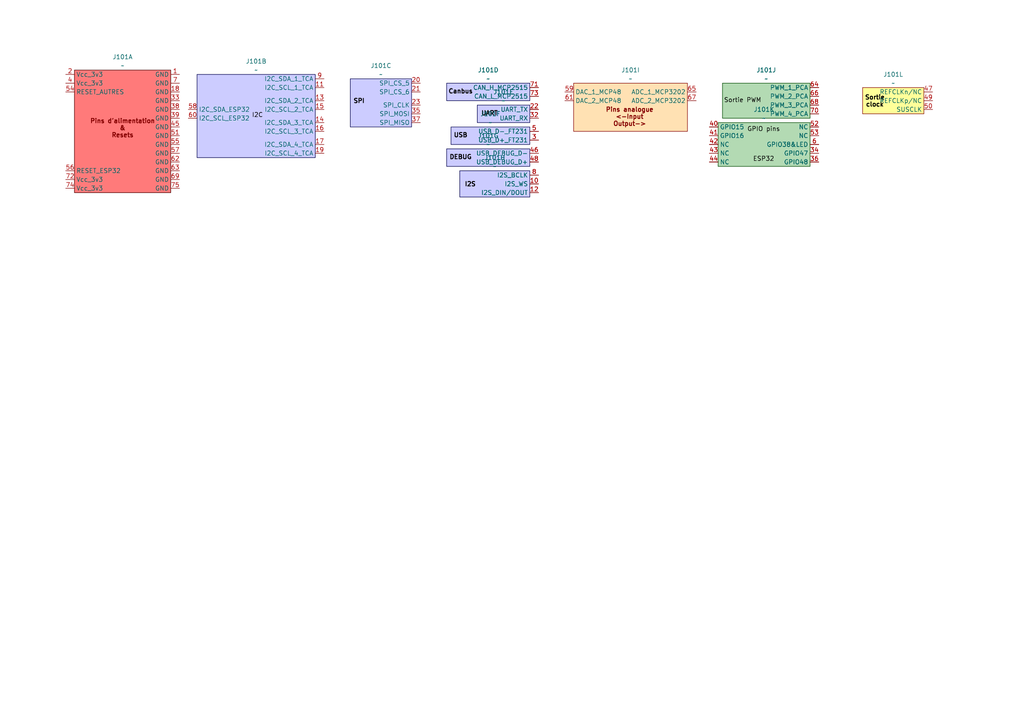
<source format=kicad_sch>
(kicad_sch (version 20231120) (generator "eeschema") (generator_version "8.0")
  (paper "A4")
  (lib_symbols
    (symbol "connecteur_som_esp32:connecteur_SOM_ESP32"
      (property "Reference" "J" (at 0.254 16.51 0))
      (symbol "connecteur_SOM_ESP32_1_1"
        (rectangle (start -13.97 7.62) (end 13.97 -27.94) (stroke (width 0) (color 72 0 0 1)) (fill (type color) (color 255 0 0 0.52)))
        (text "Pins d'alimentation\n&\nResets" (at 0 -9.144 0) (effects (font (size 1.27 1.27) (bold yes))))
        (pin power_in line (at 16.51 6.35 180) (length 2.54) (name "GND") (number "1"))
        (pin power_in line (at 16.51 1.27 180) (length 2.54) (name "GND") (number "18"))
        (pin power_in line (at -16.51 6.35 0) (length 2.54) (name "Vcc_3v3") (number "2"))
        (pin power_in line (at 16.51 -1.27 180) (length 2.54) (name "GND") (number "33"))
        (pin power_in line (at 16.51 -3.81 180) (length 2.54) (name "GND") (number "38"))
        (pin power_in line (at 16.51 -6.35 180) (length 2.54) (name "GND") (number "39"))
        (pin power_in line (at -16.51 3.81 0) (length 2.54) (name "Vcc_3v3") (number "4"))
        (pin power_in line (at 16.51 -8.89 180) (length 2.54) (name "GND") (number "45"))
        (pin power_in line (at 16.51 -11.43 180) (length 2.54) (name "GND") (number "51"))
        (pin bidirectional line (at -16.51 1.27 0) (length 2.54) (name "RESET_AUTRES") (number "54"))
        (pin power_in line (at 16.51 -13.97 180) (length 2.54) (name "GND") (number "55"))
        (pin bidirectional line (at -16.51 -21.59 0) (length 2.54) (name "RESET_ESP32") (number "56"))
        (pin power_in line (at 16.51 -16.51 180) (length 2.54) (name "GND") (number "57"))
        (pin power_in line (at 16.51 -19.05 180) (length 2.54) (name "GND") (number "62"))
        (pin power_in line (at 16.51 -21.59 180) (length 2.54) (name "GND") (number "63"))
        (pin power_in line (at 16.51 -24.13 180) (length 2.54) (name "GND") (number "69"))
        (pin power_in line (at 16.51 3.81 180) (length 2.54) (name "GND") (number "7"))
        (pin power_in line (at -16.51 -24.13 0) (length 2.54) (name "Vcc_3v3") (number "72"))
        (pin power_in line (at -16.51 -26.67 0) (length 2.54) (name "Vcc_3v3") (number "74"))
        (pin power_in line (at 16.51 -26.67 180) (length 2.54) (name "GND") (number "75"))
      )
      (symbol "connecteur_SOM_ESP32_2_1"
        (rectangle (start -17.78 11.43) (end 16.51 -12.7) (stroke (width 0) (color 0 0 72 1)) (fill (type color) (color 0 0 255 0.2)))
        (text "I2C" (at -0.254 -0.254 0) (effects (font (size 1.27 1.27))))
        (pin bidirectional line (at 19.05 7.62 180) (length 2.54) (name "I2C_SCL_1_TCA") (number "11"))
        (pin bidirectional line (at 19.05 3.81 180) (length 2.54) (name "I2C_SDA_2_TCA") (number "13"))
        (pin bidirectional line (at 19.05 -2.54 180) (length 2.54) (name "I2C_SDA_3_TCA") (number "14"))
        (pin bidirectional line (at 19.05 1.27 180) (length 2.54) (name "I2C_SCL_2_TCA") (number "15"))
        (pin bidirectional line (at 19.05 -5.08 180) (length 2.54) (name "I2C_SCL_3_TCA") (number "16"))
        (pin bidirectional line (at 19.05 -8.89 180) (length 2.54) (name "I2C_SDA_4_TCA") (number "17"))
        (pin bidirectional line (at 19.05 -11.43 180) (length 2.54) (name "I2C_SCL_4_TCA") (number "19"))
        (pin bidirectional line (at -20.32 1.27 0) (length 2.54) (name "I2C_SDA_ESP32") (number "58"))
        (pin bidirectional line (at -20.32 -1.27 0) (length 2.54) (name "I2C_SCL_ESP32") (number "60"))
        (pin bidirectional line (at 19.05 10.16 180) (length 2.54) (name "I2C_SDA_1_TCA") (number "9"))
      )
      (symbol "connecteur_SOM_ESP32_3_1"
        (rectangle (start -2.54 6.35) (end 15.24 -7.62) (stroke (width 0) (color 0 0 72 1)) (fill (type color) (color 0 0 255 0.2)))
        (text "SPI" (at 0 0 0) (effects (font (size 1.27 1.27) (bold yes))))
        (pin bidirectional line (at 17.78 5.08 180) (length 2.54) (name "SPI_CS_5") (number "20"))
        (pin bidirectional line (at 17.78 2.54 180) (length 2.54) (name "SPI_CS_6") (number "21"))
        (pin bidirectional line (at 17.78 -1.27 180) (length 2.54) (name "SPI_CLK") (number "23"))
        (pin bidirectional line (at 17.78 -3.81 180) (length 2.54) (name "SPI_MOSI") (number "35"))
        (pin bidirectional line (at 17.78 -6.35 180) (length 2.54) (name "SPI_MISO") (number "37"))
      )
      (symbol "connecteur_SOM_ESP32_4_1"
        (rectangle (start -13.97 2.54) (end 10.16 -2.54) (stroke (width 0) (color 0 0 72 1)) (fill (type color) (color 0 0 255 0.2)))
        (text "Canbus" (at -9.906 0.254 0) (effects (font (size 1.27 1.27) (bold yes))))
        (pin bidirectional line (at 12.7 1.27 180) (length 2.54) (name "CAN_H_MCP2515") (number "71"))
        (pin bidirectional line (at 12.7 -1.27 180) (length 2.54) (name "CAN_L_MCP2515") (number "73"))
      )
      (symbol "connecteur_SOM_ESP32_5_1"
        (rectangle (start -3.81 2.54) (end 11.43 -2.54) (stroke (width 0) (color 0 0 72 1)) (fill (type color) (color 0 0 255 0.2)))
        (text "UART" (at -0.254 0.254 0) (effects (font (size 1.27 1.27) (bold yes))))
        (pin bidirectional line (at 13.97 1.27 180) (length 2.54) (name "UART_TX") (number "22"))
        (pin bidirectional line (at 13.97 -1.27 180) (length 2.54) (name "UART_RX") (number "32"))
      )
      (symbol "connecteur_SOM_ESP32_6_1"
        (rectangle (start -11.43 2.54) (end 11.43 -2.54) (stroke (width 0) (color 0 0 72 1)) (fill (type color) (color 0 0 255 0.2)))
        (text "USB" (at -8.636 0.254 0) (effects (font (size 1.27 1.27) (bold yes))))
        (pin bidirectional line (at 13.97 -1.27 180) (length 2.54) (name "USB_D+_FT231") (number "3"))
        (pin bidirectional line (at 13.97 1.27 180) (length 2.54) (name "USB_D-_FT231") (number "5"))
      )
      (symbol "connecteur_SOM_ESP32_7_1"
        (rectangle (start -12.7 2.54) (end 11.43 -2.54) (stroke (width 0) (color 0 0 72 1)) (fill (type color) (color 0 0 255 0.2)))
        (text "DEBUG" (at -8.636 0.254 0) (effects (font (size 1.27 1.27) (bold yes))))
        (pin bidirectional line (at 13.97 1.27 180) (length 2.54) (name "USB_DEBUG_D-") (number "46"))
        (pin bidirectional line (at 13.97 -1.27 180) (length 2.54) (name "USB_DEBUG_D+") (number "48"))
      )
      (symbol "connecteur_SOM_ESP32_8_1"
        (rectangle (start -8.89 5.08) (end 11.43 -2.54) (stroke (width 0) (color 0 0 72 1)) (fill (type color) (color 0 0 255 0.2)))
        (text "I2S" (at -5.842 1.27 0) (effects (font (size 1.27 1.27) (bold yes))))
        (pin bidirectional line (at 13.97 1.27 180) (length 2.54) (name "I2S_WS") (number "10"))
        (pin bidirectional line (at 13.97 -1.27 180) (length 2.54) (name "I2S_DIN/DOUT") (number "12"))
        (pin bidirectional line (at 13.97 3.81 180) (length 2.54) (name "I2S_BCLK") (number "8"))
      )
      (symbol "connecteur_SOM_ESP32_9_1"
        (rectangle (start -16.51 3.81) (end 16.51 -10.16) (fill (type color) (color 255 153 0 0.3)))
        (text "Pins analogue\n<-Input\nOutput->" (at -0.254 -5.842 0) (effects (font (size 1.27 1.27) (bold yes))))
        (pin bidirectional line (at -19.05 1.27 0) (length 2.54) (name "DAC_1_MCP48") (number "59"))
        (pin bidirectional line (at -19.05 -1.27 0) (length 2.54) (name "DAC_2_MCP48") (number "61"))
        (pin power_in line (at 19.05 1.27 180) (length 2.54) (name "ADC_1_MCP3202") (number "65"))
        (pin power_in line (at 19.05 -1.27 180) (length 2.54) (name "ADC_2_MCP3202") (number "67"))
      )
      (symbol "connecteur_SOM_ESP32_10_1"
        (rectangle (start -19.05 5.08) (end 6.35 -5.08) (stroke (width 0) (color 0 72 0 1)) (fill (type color) (color 0 132 0 0.3)))
        (text "Sortie PWM\n" (at -13.208 0.254 0) (effects (font (size 1.27 1.27))))
        (pin output line (at 8.89 3.81 180) (length 2.54) (name "PWM_1_PCA") (number "64"))
        (pin output line (at 8.89 1.27 180) (length 2.54) (name "PWM_2_PCA") (number "66"))
        (pin output line (at 8.89 -1.27 180) (length 2.54) (name "PWM_3_PCA") (number "68"))
        (pin output line (at 8.89 -3.81 180) (length 2.54) (name "PWM_4_PCA") (number "70"))
      )
      (symbol "connecteur_SOM_ESP32_11_1"
        (rectangle (start -12.7 7.62) (end 13.97 -5.08) (stroke (width 0) (color 0 72 0 1)) (fill (type color) (color 0 132 0 0.3)))
        (text "ESP32\n" (at 0.508 -2.794 0) (effects (font (size 1.27 1.27))))
        (text "GPIO pins" (at 0.508 5.842 0) (effects (font (size 1.27 1.27))))
        (pin bidirectional line (at 16.51 -1.27 180) (length 2.54) (name "GPIO47") (number "34"))
        (pin bidirectional line (at 16.51 -3.81 180) (length 2.54) (name "GPIO48") (number "36"))
        (pin bidirectional line (at -15.24 6.35 0) (length 2.54) (name "GPIO15") (number "40"))
        (pin bidirectional line (at -15.24 3.81 0) (length 2.54) (name "GPIO16") (number "41"))
        (pin bidirectional line (at -15.24 1.27 0) (length 2.54) (name "NC") (number "42"))
        (pin bidirectional line (at -15.24 -1.27 0) (length 2.54) (name "NC") (number "43"))
        (pin bidirectional line (at -15.24 -3.81 0) (length 2.54) (name "NC") (number "44"))
        (pin bidirectional line (at 16.51 6.35 180) (length 2.54) (name "NC") (number "52"))
        (pin bidirectional line (at 16.51 3.81 180) (length 2.54) (name "NC") (number "53"))
        (pin bidirectional line (at 16.51 1.27 180) (length 2.54) (name "GPIO38&LED") (number "6"))
      )
      (symbol "connecteur_SOM_ESP32_12_1"
        (rectangle (start -8.89 3.81) (end 8.89 -3.81) (fill (type color) (color 255 255 0 0.4)))
        (text "Sortie\nclock" (at -5.334 0 0) (effects (font (size 1.27 1.27) (bold yes))))
        (pin output line (at 11.43 2.54 180) (length 2.54) (name "REFCLKn/NC") (number "47"))
        (pin output line (at 11.43 0 180) (length 2.54) (name "REFCLKp/NC") (number "49"))
        (pin output line (at 11.43 -2.54 180) (length 2.54) (name "SUSCLK") (number "50"))
      )
    )
  )
  (symbol (lib_id "connecteur_som_esp32:connecteur_SOM_ESP32") (at 259.08 29.21 0) (unit 12)
    (property "Reference" "J101" (at 259.08 21.59 0))
    (property "Value" "~" (at 259.08 24.13 0))
  )
  (symbol (lib_id "connecteur_som_esp32:connecteur_SOM_ESP32") (at 104.14 29.21 0) (unit 3)
    (property "Reference" "J101" (at 110.49 19.05 0))
    (property "Value" "~" (at 110.49 21.59 0))
  )
  (symbol (lib_id "connecteur_som_esp32:connecteur_SOM_ESP32") (at 142.24 39.37 0) (unit 6)
    (property "Reference" "J101" (at 142.24 33.02 0))
    (property "Value" "~" (at 142.24 35.56 0))
  )
  (symbol (lib_id "connecteur_som_esp32:connecteur_SOM_ESP32") (at 182.88 27.94 0) (unit 9)
    (property "Reference" "J101" (at 182.88 20.32 0))
    (property "Value" "~" (at 182.88 22.86 0))
  )
  (symbol (lib_id "connecteur_som_esp32:connecteur_SOM_ESP32") (at 220.98 43.18 0) (unit 11)
    (property "Reference" "J101" (at 221.615 31.75 0))
    (property "Value" "~" (at 221.615 34.29 0))
  )
  (symbol (lib_id "connecteur_som_esp32:connecteur_SOM_ESP32") (at 143.51 26.67 0) (unit 4)
    (property "Reference" "J101" (at 141.605 20.32 0))
    (property "Value" "~" (at 141.605 22.86 0))
  )
  (symbol (lib_id "connecteur_som_esp32:connecteur_SOM_ESP32") (at 74.93 33.02 0) (unit 2)
    (property "Reference" "J101" (at 74.295 17.78 0))
    (property "Value" "~" (at 74.295 20.32 0))
  )
  (symbol (lib_id "connecteur_som_esp32:connecteur_SOM_ESP32") (at 142.24 54.61 0) (unit 8)
    (property "Reference" "J101" (at 143.51 45.72 0))
    (property "Value" "~" (at 143.51 48.26 0))
  )
  (symbol (lib_id "connecteur_som_esp32:connecteur_SOM_ESP32") (at 142.24 33.02 0) (unit 5)
    (property "Reference" "J101" (at 146.05 26.67 0))
    (property "Value" "~" (at 146.05 29.21 0))
  )
  (symbol (lib_id "connecteur_som_esp32:connecteur_SOM_ESP32") (at 35.56 27.94 0) (unit 1)
    (property "Reference" "J101" (at 35.56 16.51 0))
    (property "Value" "~" (at 35.56 19.05 0))
  )
  (symbol (lib_id "connecteur_som_esp32:connecteur_SOM_ESP32") (at 228.6 29.21 0) (unit 10)
    (property "Reference" "J101" (at 222.25 20.32 0))
    (property "Value" "~" (at 222.25 22.86 0))
  )
  (symbol (lib_id "connecteur_som_esp32:connecteur_SOM_ESP32") (at 142.24 45.72 0) (unit 7)
    (property "Reference" "J101" (at 141.605 39.37 0))
    (property "Value" "~" (at 141.605 41.91 0))
  )
)
</source>
